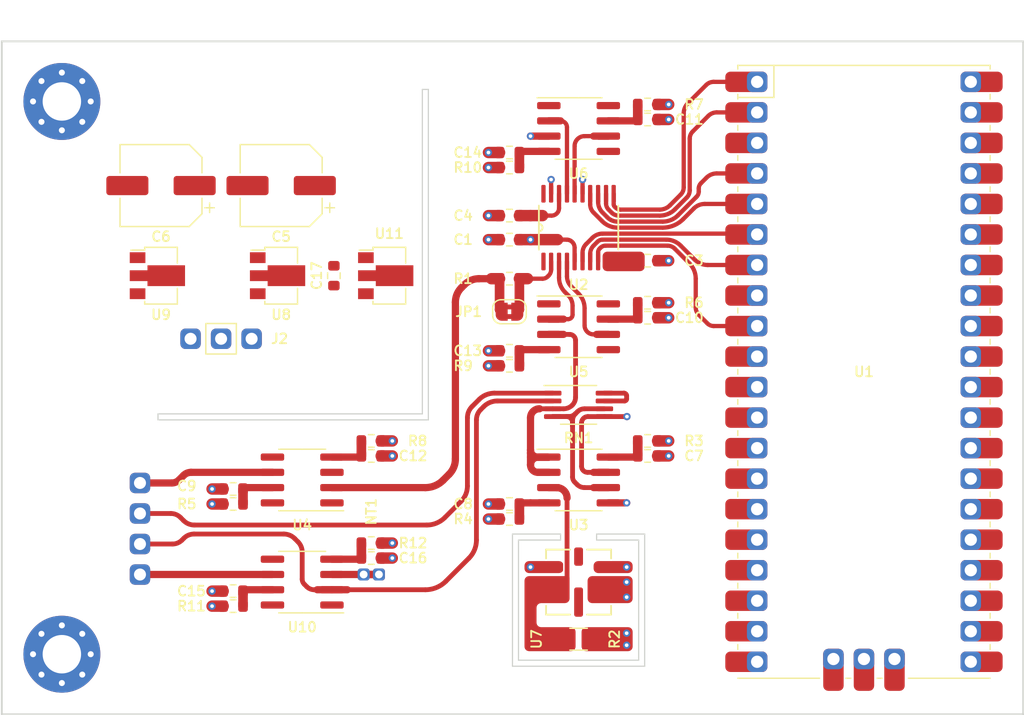
<source format=kicad_pcb>
(kicad_pcb (version 20221018) (generator pcbnew)
  (layers (0 "F.Cu" signal) (1 "In1.Cu" signal) (2 "In2.Cu" signal) (31 "B.Cu" signal) (34 "B.Paste" user) (35 "F.Paste" user) (36 "B.SilkS" user "B.Silkscreen") (37 "F.SilkS" user "F.Silkscreen") (38 "B.Mask" user) (39 "F.Mask" user) (44 "Edge.Cuts" user))
  (net 0 "")
  (net 1 "+15V")
  (net 5 "-15V")
  (net 10 "Net-(U3C-V+)")
  (net 15 "Net-(U3C-V-)")
  (net 20 "Net-(U4A-V+)")
  (net 25 "Net-(U5A-V+)")
  (net 29 "Net-(U6A-V+)")
  (net 30 "Net-(U4A-V-)")
  (net 34 "Net-(U5A-V-)")
  (net 37 "Net-(U6A-V-)")
  (net 38 "Net-(J2-Pin_1)")
  (net 39 "Net-(J2-Pin_3)")
  (net 40 "Net-(JP1-B)")
  (net 41 "Net-(U10A-V+)")
  (net 42 "/-REF")
  (net 43 "/+REF")
  (net 44 "Net-(U10A-V-)")
  (net 45 "/VREFPS")
  (net 47 "+3.3V")
  (net 48 "GND")
  (net 49 "Net-(U2-IOVCC)")
  (net 50 "Net-(U2-VSS)")
  (net 51 "/FORCE+")
  (net 52 "/SENSE+")
  (net 53 "/SENSE-")
  (net 54 "/FORCE-")
  (net 55 "/VREFPF")
  (net 56 "/~{SYNC}")
  (net 57 "/SDO")
  (net 58 "/SDIN")
  (net 59 "/SCLK")
  (net 60 "/VREFNF")
  (net 61 "/VREFNS")
  (net 73 "Net-(RN1A-R1.2)")
  (net 74 "/~{RESET}")
  (net 75 "/~{CLR}")
  (net 76 "/~{LDAC}")
  (net 77 "Net-(U3A-+)")
  (net 78 "Net-(RN1C-R3.2)")
  (net 82 "/DACOUT")
  (net 83 "GNDA")
  (footprint "Package_SO:SOIC-8_3.9x4.9mm_P1.27mm" (layer "F.Cu") (at 150 88.25)
    (fp_text reference "U6")
    (fp_text value "OPA189")
  )
  (footprint "Resistor_SMD:R_0603_1608Metric" (layer "F.Cu") (at 144.25 100.75 180)
    (fp_text reference "R1")
    (fp_text value "R")
  )
  (footprint "Resistor_SMD:R_0603_1608Metric" (layer "F.Cu") (at 144.25 95.5 180)
    (fp_text reference "C4")
    (fp_text value "10uF")
  )
  (footprint "Resistor_SMD:R_0603_1608Metric" (layer "F.Cu") (at 155.75 104 180)
    (fp_text reference "C10")
    (fp_text value "10uF")
  )
  (footprint "Resistor_SMD:R_0603_1608Metric" (layer "F.Cu") (at 144.25 91.5)
    (fp_text reference "R10")
    (fp_text value "10R")
  )
  (footprint "Package_SO:MSOP-8-1EP_3x3mm_P0.65mm_EP1.68x1.88mm" (layer "F.Cu") (at 150 111.25)
    (fp_text reference "RN1")
    (fp_text value "LT5400-1")
  )
  (footprint "Jumper:SolderJumper-2_P1.3mm_Bridged2Bar_RoundedPad1.0x1.5mm" (layer "F.Cu") (at 144.25 103.5 180)
    (fp_text reference "JP1")
    (fp_text value "BYP")
  )
  (footprint "Resistor_SMD:R_0603_1608Metric" (layer "F.Cu") (at 144.25 120.75)
    (fp_text reference "R4")
    (fp_text value "10R")
  )
  (footprint "Resistor_SMD:R_0603_1608Metric" (layer "F.Cu") (at 132.75 114.25 180)
    (fp_text reference "R8")
    (fp_text value "10R")
  )
  (footprint "AD5791BRUZ:SOP65P640X120-20N" (layer "F.Cu") (at 150 96.5 90)
    (fp_text reference "U2")
    (fp_text value "AD5791BRUZ")
  )
  (footprint "Resistor_SMD:R_0603_1608Metric" (layer "F.Cu") (at 132.75 124 180)
    (fp_text reference "C16")
    (fp_text value "10uF")
  )
  (footprint "Package_TO_SOT_SMD:SOT-89-3" (layer "F.Cu") (at 134.25 100.5)
    (fp_text reference "U11")
    (fp_text value "7533")
  )
  (footprint "ADR1399KEZ:LCC8_E-8-2_ADI" (layer "F.Cu") (at 150 126 180)
    (fp_text reference "U7")
    (fp_text value "ADR1399KEZ")
  )
  (footprint "Package_TO_SOT_SMD:SOT-89-3" (layer "F.Cu") (at 115.25 100.5)
    (fp_text reference "U9")
    (fp_text value "79L15")
  )
  (footprint "Resistor_SMD:R_0603_1608Metric" (layer "F.Cu") (at 132.75 115.5 180)
    (fp_text reference "C12")
    (fp_text value "10uF")
  )
  (footprint "Package_SO:SOIC-8_3.9x4.9mm_P1.27mm" (layer "F.Cu") (at 150 117.5)
    (fp_text reference "U3")
    (fp_text value "LT1013")
  )
  (footprint "Resistor_SMD:R_0603_1608Metric" (layer "F.Cu") (at 121.25 118.25)
    (fp_text reference "C9")
    (fp_text value "10uF")
  )
  (footprint "MCU_RaspberryPi_and_Boards:RPi_Pico_SMD_TH" (layer "F.Cu") (at 173.75 108.5)
    (fp_text reference "U1")
    (fp_text value "Pico")
  )
  (footprint "Resistor_SMD:R_0603_1608Metric" (layer "F.Cu") (at 121.25 119.5)
    (fp_text reference "R5")
    (fp_text value "10R")
  )
  (footprint "Package_SO:SOIC-8_3.9x4.9mm_P1.27mm" (layer "F.Cu") (at 150 104.75)
    (fp_text reference "U5")
    (fp_text value "OPA189")
  )
  (footprint "Package_TO_SOT_SMD:SOT-89-3" (layer "F.Cu") (at 125.25 100.5)
    (fp_text reference "U8")
    (fp_text value "78L15")
  )
  (footprint "Resistor_SMD:R_0603_1608Metric" (layer "F.Cu") (at 155.75 86.25 180)
    (fp_text reference "R7")
    (fp_text value "10R")
  )
  (footprint "Resistor_SMD:R_0603_1608Metric" (layer "F.Cu") (at 132.75 122.75 180)
    (fp_text reference "R12")
    (fp_text value "10R")
  )
  (footprint "Resistor_SMD:R_0603_1608Metric" (layer "F.Cu") (at 121.25 126.75)
    (fp_text reference "C15")
    (fp_text value "10uF")
  )
  (footprint "Connector_PinHeader_2.54mm:PinHeader_1x04_P2.54mm_Vertical" (layer "F.Cu") (at 113.5 117.75)
    (fp_text reference "J1" hide)
    (fp_text value "OUTPUT" hide)
  )
  (footprint "Resistor_SMD:R_0603_1608Metric" (layer "F.Cu") (at 144.25 97.5 180)
    (fp_text reference "C1")
    (fp_text value "10uF")
  )
  (footprint "Capacitor_SMD:CP_Elec_6.3x5.4" (layer "F.Cu") (at 125.25 93 180)
    (fp_text reference "C5")
    (fp_text value "100uF")
  )
  (footprint "MountingHole:MountingHole_3.2mm_M3_Pad_Via" (layer "F.Cu") (at 107 132)
    (fp_text reference "H2" hide)
    (fp_text value "MountingHole")
  )
  (footprint "MountingHole:MountingHole_3.2mm_M3_Pad_Via" (layer "F.Cu") (at 107 86)
    (fp_text reference "H3" hide)
    (fp_text value "MountingHole")
  )
  (footprint "Resistor_SMD:R_1206_3216Metric" (layer "F.Cu") (at 150 130.75 180)
    (fp_text reference "R2")
    (fp_text value "6K8")
  )
  (footprint "Resistor_SMD:R_0603_1608Metric" (layer "F.Cu") (at 155.75 87.5 180)
    (fp_text reference "C11")
    (fp_text value "10uF")
  )
  (footprint "Resistor_SMD:R_0603_1608Metric" (layer "F.Cu") (at 144.25 90.25)
    (fp_text reference "C14")
    (fp_text value "10uF")
  )
  (footprint "Capacitor_SMD:CP_Elec_6.3x5.4" (layer "F.Cu") (at 115.25 93 180)
    (fp_text reference "C6")
    (fp_text value "100uF")
  )
  (footprint "Package_SO:SOIC-8_3.9x4.9mm_P1.27mm" (layer "F.Cu") (at 127 126 180)
    (fp_text reference "U10")
    (fp_text value "OPA189")
  )
  (footprint "Resistor_SMD:R_0603_1608Metric" (layer "F.Cu") (at 129.6375 100.5 90)
    (fp_text reference "C17")
    (fp_text value "10uF")
  )
  (footprint "Resistor_SMD:R_0603_1608Metric" (layer "F.Cu") (at 144.25 106.75)
    (fp_text reference "C13")
    (fp_text value "10uF")
  )
  (footprint "Resistor_SMD:R_0603_1608Metric" (layer "F.Cu") (at 155.75 102.75 180)
    (fp_text reference "R6")
    (fp_text value "10R")
  )
  (footprint "Package_SO:SOIC-8_3.9x4.9mm_P1.27mm" (layer "F.Cu") (at 127 117.5 180)
    (fp_text reference "U4")
    (fp_text value "OPA189")
  )
  (footprint "Connector_PinHeader_2.54mm:PinHeader_1x03_P2.54mm_Vertical" (layer "F.Cu") (at 122.79 105.75 -90)
    (fp_text reference "J2")
    (fp_text value "PWR")
  )
  (footprint "Resistor_SMD:R_0603_1608Metric" (layer "F.Cu") (at 121.25 128)
    (fp_text reference "R11")
    (fp_text value "10R")
  )
  (footprint "Connector_PinHeader_1.27mm:PinHeader_1x02_P1.27mm_Vertical" (layer "F.Cu") (at 132.115 125.365 90)
    (fp_text reference "NT1")
    (fp_text value "MECCA")
  )
  (footprint "Resistor_SMD:R_0603_1608Metric" (layer "F.Cu") (at 155.75 99.25)
    (fp_text reference "C3")
    (fp_text value "10uF")
  )
  (footprint "Resistor_SMD:R_0603_1608Metric" (layer "F.Cu") (at 144.25 119.5)
    (fp_text reference "C8")
    (fp_text value "10uF")
  )
  (footprint "Resistor_SMD:R_0603_1608Metric" (layer "F.Cu") (at 155.75 115.5 180)
    (fp_text reference "C7")
    (fp_text value "10uF")
  )
  (footprint "Resistor_SMD:R_0603_1608Metric" (layer "F.Cu") (at 155.75 114.25 180)
    (fp_text reference "R3")
    (fp_text value "10R")
  )
  (footprint "Resistor_SMD:R_0603_1608Metric" (layer "F.Cu") (at 144.25 108)
    (fp_text reference "R9")
    (fp_text value "10R")
  )
  (gr_line (start 155 132.5) (end 145 132.5) (stroke (width 0.1)) (layer "Edge.Cuts"))
  (gr_line (start 115 112.5) (end 137.5 112.5) (stroke (width 0.1)) (layer "Edge.Cuts"))
  (gr_line (start 144.5 122) (end 144.5 133) (stroke (width 0.1)) (layer "Edge.Cuts"))
  (gr_line (start 145 122.5) (end 148.5 122.5) (stroke (width 0.1)) (layer "Edge.Cuts"))
  (gr_line (start 155.5 133) (end 155.5 122) (stroke (width 0.1)) (layer "Edge.Cuts"))
  (gr_line (start 155 122.5) (end 155 132.5) (stroke (width 0.1)) (layer "Edge.Cuts"))
  (gr_line (start 115 112) (end 115 112.5) (stroke (width 0.1)) (layer "Edge.Cuts"))
  (gr_line (start 137 85) (end 137 112) (stroke (width 0.1)) (layer "Edge.Cuts"))
  (gr_line (start 137.5 85) (end 137 85) (stroke (width 0.1)) (layer "Edge.Cuts"))
  (gr_line (start 137.5 112.5) (end 137.5 85) (stroke (width 0.1)) (layer "Edge.Cuts"))
  (gr_line (start 151.5 122) (end 151.5 122.5) (stroke (width 0.1)) (layer "Edge.Cuts"))
  (gr_rect (start 102 81) (end 187 137) (stroke (width 0.15)) (fill none) (layer "Edge.Cuts"))
  (gr_line (start 155.5 122) (end 151.5 122) (stroke (width 0.1)) (layer "Edge.Cuts"))
  (gr_line (start 151.5 122.5) (end 155 122.5) (stroke (width 0.1)) (layer "Edge.Cuts"))
  (gr_line (start 137 112) (end 115 112) (stroke (width 0.1)) (layer "Edge.Cuts"))
  (gr_line (start 144.5 133) (end 155.5 133) (stroke (width 0.1)) (layer "Edge.Cuts"))
  (gr_line (start 148.5 122.5) (end 148.5 122) (stroke (width 0.1)) (layer "Edge.Cuts"))
  (gr_line (start 148.5 122) (end 144.5 122) (stroke (width 0.1)) (layer "Edge.Cuts"))
  (gr_line (start 145 132.5) (end 145 122.5) (stroke (width 0.1)) (layer "Edge.Cuts"))
  (segment (start 120.425 128) (end 119.5 128) (width 0.95) (layer "F.Cu") (net 1))
  (segment (start 149 97.5) (end 148.25 97.5) (width 0.3556) (layer "F.Cu") (net 1))
  (segment (start 146 97.5) (end 148.25 97.5) (width 0.95) (layer "F.Cu") (net 1))
  (segment (start 120.425 119.5) (end 119.5 119.5) (width 0.95) (layer "F.Cu") (net 1))
  (segment (start 156.575 86.25) (end 157.5 86.25) (width 0.95) (layer "F.Cu") (net 1))
  (segment (start 156.575 114.25) (end 157.5 114.25) (width 0.95) (layer "F.Cu") (net 1))
  (segment (start 145.075 97.5) (end 146 97.5) (width 0.95) (layer "F.Cu") (net 1))
  (segment (start 156.575 102.75) (end 157.5 102.75) (width 0.95) (layer "F.Cu") (net 1))
  (segment (start 149.6698 99.3194) (end 149.6698 98.1698) (width 0.3556) (layer "F.Cu") (net 1))
  (via (at 154 124.75) (size 0.6096) (drill 0.3048) (layers "F.Cu" "B.Cu") (net 1))
  (via (at 154 131.25) (size 0.6096) (drill 0.3048) (layers "F.Cu" "B.Cu") (net 1))
  (via (at 157.5 86.25) (size 0.6096) (drill 0.3048) (layers "F.Cu" "B.Cu") (net 1))
  (via (at 119.5 128) (size 0.6096) (drill 0.3048) (layers "F.Cu" "B.Cu") (net 1))
  (via (at 154 130.25) (size 0.6096) (drill 0.3048) (layers "F.Cu" "B.Cu") (net 1))
  (via (at 157.5 102.75) (size 0.6096) (drill 0.3048) (layers "F.Cu" "B.Cu") (net 1))
  (via (at 119.5 119.5) (size 0.6096) (drill 0.3048) (layers "F.Cu" "B.Cu") (net 1))
  (via (at 157.5 114.25) (size 0.6096) (drill 0.3048) (layers "F.Cu" "B.Cu") (net 1))
  (via (at 146 97.5) (size 0.6096) (drill 0.3048) (layers "F.Cu" "B.Cu") (net 1))
  (arc (start 149.6698 98.1698) (mid 149.47362 97.69618) (end 149 97.5) (width 0.3556) (layer "F.Cu") (net 1))
  (segment (start 133.575 122.75) (end 134.5 122.75) (width 0.95) (layer "F.Cu") (net 5))
  (segment (start 143.425 91.5) (end 142.5 91.5) (width 0.95) (layer "F.Cu") (net 5))
  (segment (start 143.425 120.75) (end 142.5 120.75) (width 0.95) (layer "F.Cu") (net 5))
  (segment (start 143.425 108) (end 142.5 108) (width 0.95) (layer "F.Cu") (net 5))
  (segment (start 133.575 114.25) (end 134.5 114.25) (width 0.95) (layer "F.Cu") (net 5))
  (via (at 142.5 91.5) (size 0.6096) (drill 0.3048) (layers "F.Cu" "B.Cu") (net 5))
  (via (at 142.5 108) (size 0.6096) (drill 0.3048) (layers "F.Cu" "B.Cu") (net 5))
  (via (at 146 124.75) (size 0.6096) (drill 0.3048) (layers "F.Cu" "B.Cu") (net 5))
  (via (at 142.5 120.75) (size 0.6096) (drill 0.3048) (layers "F.Cu" "B.Cu") (net 5))
  (via (at 134.5 114.25) (size 0.6096) (drill 0.3048) (layers "F.Cu" "B.Cu") (net 5))
  (via (at 134.5 122.75) (size 0.6096) (drill 0.3048) (layers "F.Cu" "B.Cu") (net 5))
  (segment (start 152.475 115.595) (end 154.83 115.595) (width 0.6) (layer "F.Cu") (net 10))
  (segment (start 154.83 115.595) (end 154.925 115.5) (width 0.6) (layer "F.Cu") (net 10))
  (segment (start 154.925 114.25) (end 154.925 115.5) (width 0.8) (layer "F.Cu") (net 10))
  (segment (start 146 119.405) (end 145.12 119.405) (width 0.6) (layer "F.Cu") (net 15))
  (segment (start 147.525 119.405) (end 146 119.405) (width 0.6) (layer "F.Cu") (net 15))
  (segment (start 145.12 119.405) (end 145.025 119.5) (width 0.6) (layer "F.Cu") (net 15))
  (segment (start 145.075 119.5) (end 145.075 120.75) (width 0.8) (layer "F.Cu") (net 15))
  (segment (start 124.525 118.135) (end 122.19 118.135) (width 0.6) (layer "F.Cu") (net 20))
  (segment (start 122.075 118.25) (end 122.075 119.5) (width 0.8) (layer "F.Cu") (net 20))
  (segment (start 122.19 118.135) (end 122.075 118.25) (width 0.6) (layer "F.Cu") (net 20))
  (segment (start 154.925 102.75) (end 154.925 104) (width 0.8) (layer "F.Cu") (net 25))
  (segment (start 152.475 104.115) (end 154.81 104.115) (width 0.6) (layer "F.Cu") (net 25))
  (segment (start 154.81 104.115) (end 154.925 104) (width 0.6) (layer "F.Cu") (net 25))
  (segment (start 152.475 87.615) (end 154.81 87.615) (width 0.6) (layer "F.Cu") (net 29))
  (segment (start 154.925 86.25) (end 154.925 87.5) (width 0.8) (layer "F.Cu") (net 29))
  (segment (start 154.81 87.615) (end 154.925 87.5) (width 0.6) (layer "F.Cu") (net 29))
  (segment (start 129.475 115.595) (end 131.83 115.595) (width 0.6) (layer "F.Cu") (net 30))
  (segment (start 131.83 115.595) (end 131.925 115.5) (width 0.6) (layer "F.Cu") (net 30))
  (segment (start 131.925 114.25) (end 131.925 115.5) (width 0.8) (layer "F.Cu") (net 30))
  (segment (start 145.075 106.75) (end 145.075 108) (width 0.8) (layer "F.Cu") (net 34))
  (segment (start 145.17 106.655) (end 145.075 106.75) (width 0.6) (layer "F.Cu") (net 34))
  (segment (start 147.525 106.655) (end 145.17 106.655) (width 0.6) (layer "F.Cu") (net 34))
  (segment (start 147.525 90.155) (end 145.17 90.155) (width 0.6) (layer "F.Cu") (net 37))
  (segment (start 145.075 91.5) (end 145.075 90.25) (width 0.8) (layer "F.Cu") (net 37))
  (segment (start 145.17 90.155) (end 145.075 90.25) (width 0.6) (layer "F.Cu") (net 37))
  (segment (start 143.425 103.325) (end 143.6 103.5) (width 0.8) (layer "F.Cu") (net 40))
  (segment (start 143.425 100.75) (end 143.425 103.325) (width 0.8) (layer "F.Cu") (net 40))
  (segment (start 138.726647 117.523353) (end 139.219669 117.030331) (width 0.6) (layer "F.Cu") (net 40))
  (segment (start 140.5 101.25) (end 140.25 101.5) (width 0.6) (layer "F.Cu") (net 40))
  (segment (start 143.425 100.75) (end 142.75 100.75) (width 0.95) (layer "F.Cu") (net 40))
  (segment (start 139.75 102.707106) (end 139.75 115.75) (width 0.6) (layer "F.Cu") (net 40))
  (segment (start 142.75 100.75) (end 141.707106 100.75) (width 0.6) (layer "F.Cu") (net 40))
  (segment (start 137.25 118.135) (end 129.475 118.135) (width 0.6) (layer "F.Cu") (net 40))
  (arc (start 140.25 101.5) (mid 139.879946 102.053825) (end 139.75 102.707106) (width 0.6) (layer "F.Cu") (net 40))
  (arc (start 138.726647 117.523353) (mid 138.049156 117.976038) (end 137.25 118.135) (width 0.6) (layer "F.Cu") (net 40))
  (arc (start 139.219669 117.030331) (mid 139.612172 116.442911) (end 139.75 115.75) (width 0.6) (layer "F.Cu") (net 40))
  (arc (start 141.707106 100.75) (mid 141.053825 100.879946) (end 140.5 101.25) (width 0.6) (layer "F.Cu") (net 40))
  (segment (start 124.525 126.635) (end 122.19 126.635) (width 0.6) (layer "F.Cu") (net 41))
  (segment (start 122.075 126.75) (end 122.075 128) (width 0.8) (layer "F.Cu") (net 41))
  (segment (start 122.19 126.635) (end 122.075 126.75) (width 0.6) (layer "F.Cu") (net 41))
  (segment (start 150.75 116.865) (end 151.25 116.865) (width 0.4) (layer "F.Cu") (net 42))
  (segment (start 152.475 116.865) (end 151.25 116.865) (width 0.6) (layer "F.Cu") (net 42))
  (segment (start 152.15 112.225) (end 150.775 112.225) (width 0.4) (layer "F.Cu") (net 42))
  (segment (start 150.25 112.75) (end 150.25 116.365) (width 0.4) (layer "F.Cu") (net 42))
  (segment (start 152.15 112.225) (end 154.025 112.225) (width 0.4) (layer "F.Cu") (net 42))
  (segment (start 146 88.885) (end 147.525 88.885) (width 0.6) (layer "F.Cu") (net 42))
  (via (at 146 88.885) (size 0.6096) (drill 0.3048) (layers "F.Cu" "B.Cu") (net 42))
  (via (at 154.025 112.225) (size 0.6096) (drill 0.3048) (layers "F.Cu" "B.Cu") (net 42))
  (arc (start 150.775 112.225) (mid 150.403769 112.378769) (end 150.25 112.75) (width 0.4) (layer "F.Cu") (net 42))
  (arc (start 150.25 116.365) (mid 150.396447 116.718553) (end 150.75 116.865) (width 0.4) (layer "F.Cu") (net 42))
  (segment (start 146.75 111.575) (end 147.85 111.575) (width 0.4) (layer "F.Cu") (net 43))
  (segment (start 147.525 115.595) (end 146 115.595) (width 0.6) (layer "F.Cu") (net 43))
  (segment (start 147.85 111.575) (end 148.75 111.575) (width 0.4) (layer "F.Cu") (net 43))
  (segment (start 147.525 115.595) (end 146.655 115.595) (width 0.6) (layer "F.Cu") (net 43))
  (segment (start 149.75 110.611829) (end 149.75 105.885) (width 0.4) (layer "F.Cu") (net 43))
  (segment (start 147.525 105.385) (end 148.75 105.385) (width 0.6) (layer "F.Cu") (net 43))
  (segment (start 149.25 105.385) (end 148.75 105.385) (width 0.4) (layer "F.Cu") (net 43))
  (segment (start 146 116.25) (end 146 115.25) (width 0.6) (layer "F.Cu") (net 43))
  (segment (start 147.525 116.865) (end 146.615 116.865) (width 0.6) (layer "F.Cu") (net 43))
  (segment (start 147.525 115.595) (end 146.595 115.595) (width 0.6) (layer "F.Cu") (net 43))
  (segment (start 146 115.25) (end 146 115) (width 0.6) (layer "F.Cu") (net 43))
  (segment (start 146 115) (end 146 112.325) (width 0.6) (layer "F.Cu") (net 43))
  (segment (start 147.525 115.595) (end 146.345 115.595) (width 0.6) (layer "F.Cu") (net 43))
  (arc (start 149.75 105.885) (mid 149.603553 105.531447) (end 149.25 105.385) (width 0.4) (layer "F.Cu") (net 43))
  (arc (start 146.595 115.595) (mid 146.174271 115.420729) (end 146 115) (width 0.6) (layer "F.Cu") (net 43))
  (arc (start 146.345 115.595) (mid 146.101048 115.493952) (end 146 115.25) (width 0.6) (layer "F.Cu") (net 43))
  (arc (start 148.75 111.575) (mid 149.14265 111.496897) (end 149.475521 111.274479) (width 0.4) (layer "F.Cu") (net 43))
  (arc (start 149.475521 111.274479) (mid 149.678665 110.970453) (end 149.75 110.611829) (width 0.4) (layer "F.Cu") (net 43))
  (arc (start 146 112.325) (mid 146.21967 111.79467) (end 146.75 111.575) (width 0.6) (layer "F.Cu") (net 43))
  (arc (start 146.655 115.595) (mid 146.191845 115.786845) (end 146 116.25) (width 0.6) (layer "F.Cu") (net 43))
  (arc (start 146.615 116.865) (mid 146.180129 116.684871) (end 146 116.25) (width 0.6) (layer "F.Cu") (net 43))
  (segment (start 131.925 122.75) (end 131.925 124) (width 0.8) (layer "F.Cu") (net 44))
  (segment (start 129.475 124.095) (end 131.83 124.095) (width 0.6) (layer "F.Cu") (net 44))
  (segment (start 131.83 124.095) (end 131.925 124) (width 0.6) (layer "F.Cu") (net 44))
  (segment (start 148.3744 99.3194) (end 148.3744 100.666445) (width 0.3556) (layer "F.Cu") (net 45))
  (segment (start 149.135 104.115) (end 148.75 104.115) (width 0.3556) (layer "F.Cu") (net 45))
  (segment (start 147.525 104.115) (end 148.75 104.115) (width 0.6) (layer "F.Cu") (net 45))
  (segment (start 148.875 101.875) (end 149.146446 102.146446) (width 0.3556) (layer "F.Cu") (net 45))
  (segment (start 149.5 103) (end 149.5 103.75) (width 0.3556) (layer "F.Cu") (net 45))
  (arc (start 149.146446 102.146446) (mid 149.408114 102.53806) (end 149.5 103) (width 0.3556) (layer "F.Cu") (net 45))
  (arc (start 149.5 103.75) (mid 149.393094 104.008094) (end 149.135 104.115) (width 0.3556) (layer "F.Cu") (net 45))
  (arc (start 148.3744 100.666445) (mid 148.504501 101.32051) (end 148.875 101.875) (width 0.3556) (layer "F.Cu") (net 45))
  (segment (start 120.425 126.75) (end 119.5 126.75) (width 0.95) (layer "F.Cu") (net 48))
  (segment (start 143.425 106.75) (end 142.5 106.75) (width 0.95) (layer "F.Cu") (net 48))
  (segment (start 133.575 124) (end 134.5 124) (width 0.95) (layer "F.Cu") (net 48))
  (segment (start 156.575 104) (end 157.5 104) (width 0.95) (layer "F.Cu") (net 48))
  (segment (start 120.425 118.25) (end 119.5 118.25) (width 0.95) (layer "F.Cu") (net 48))
  (segment (start 133.575 115.5) (end 134.5 115.5) (width 0.95) (layer "F.Cu") (net 48))
  (segment (start 156.575 87.5) (end 157.5 87.5) (width 0.95) (layer "F.Cu") (net 48))
  (segment (start 143.425 95.5) (end 142.5 95.5) (width 0.95) (layer "F.Cu") (net 48))
  (segment (start 143.425 90.25) (end 142.5 90.25) (width 0.95) (layer "F.Cu") (net 48))
  (segment (start 156.575 115.5) (end 157.5 115.5) (width 0.95) (layer "F.Cu") (net 48))
  (segment (start 150.3302 93.6806) (end 150.3302 92.5) (width 0.3556) (layer "F.Cu") (net 48))
  (segment (start 143.425 97.5) (end 142.5 97.5) (width 0.95) (layer "F.Cu") (net 48))
  (segment (start 143.425 119.5) (end 142.5 119.5) (width 0.95) (layer "F.Cu") (net 48))
  (segment (start 156.575 99.25) (end 157.5 99.25) (width 0.95) (layer "F.Cu") (net 48))
  (via (at 150.3302 92.5) (size 0.6096) (drill 0.3048) (layers "F.Cu" "B.Cu") (net 48))
  (via (at 157.5 104) (size 0.6096) (drill 0.3048) (layers "F.Cu" "B.Cu") (net 48))
  (via (at 157.5 87.5) (size 0.6096) (drill 0.3048) (layers "F.Cu" "B.Cu") (net 48))
  (via (at 134.5 115.5) (size 0.6096) (drill 0.3048) (layers "F.Cu" "B.Cu") (net 48))
  (via (at 142.5 106.75) (size 0.6096) (drill 0.3048) (layers "F.Cu" "B.Cu") (net 48))
  (via (at 142.5 119.5) (size 0.6096) (drill 0.3048) (layers "F.Cu" "B.Cu") (net 48))
  (via (at 157.5 115.5) (size 0.6096) (drill 0.3048) (layers "F.Cu" "B.Cu") (net 48))
  (via (at 119.5 126.75) (size 0.6096) (drill 0.3048) (layers "F.Cu" "B.Cu") (net 48))
  (via (at 142.5 90.25) (size 0.6096) (drill 0.3048) (layers "F.Cu" "B.Cu") (net 48))
  (via (at 157.5 99.25) (size 0.6096) (drill 0.3048) (layers "F.Cu" "B.Cu") (net 48))
  (via (at 134.5 124) (size 0.6096) (drill 0.3048) (layers "F.Cu" "B.Cu") (net 48))
  (via (at 142.5 97.5) (size 0.6096) (drill 0.3048) (layers "F.Cu" "B.Cu") (net 48))
  (via (at 142.5 95.5) (size 0.6096) (drill 0.3048) (layers "F.Cu" "B.Cu") (net 48))
  (via (at 119.5 118.25) (size 0.6096) (drill 0.3048) (layers "F.Cu" "B.Cu") (net 48))
  (segment (start 148.3744 93.6806) (end 148.3744 94.8756) (width 0.3556) (layer "F.Cu") (net 50))
  (segment (start 146 95.5) (end 147 95.5) (width 0.95) (layer "F.Cu") (net 50))
  (segment (start 147 95.5) (end 147.75 95.5) (width 0.3556) (layer "F.Cu") (net 50))
  (segment (start 145.075 95.5) (end 146 95.5) (width 0.95) (layer "F.Cu") (net 50))
  (arc (start 148.3744 94.8756) (mid 148.191517 95.317117) (end 147.75 95.5) (width 0.3556) (layer "F.Cu") (net 50))
  (segment (start 113.5 117.75) (end 116.146447 117.75) (width 0.6) (layer "F.Cu") (net 51))
  (segment (start 117.75 116.865) (end 124.525 116.865) (width 0.6) (layer "F.Cu") (net 51))
  (segment (start 116.75 117.5) (end 117.126906 117.123094) (width 0.6) (layer "F.Cu") (net 51))
  (arc (start 116.146447 117.75) (mid 116.473087 117.685028) (end 116.75 117.5) (width 0.6) (layer "F.Cu") (net 51))
  (arc (start 117.126906 117.123094) (mid 117.412784 116.932076) (end 117.75 116.865) (width 0.6) (layer "F.Cu") (net 51))
  (segment (start 140.219669 119.280331) (end 138.875 120.625) (width 0.4) (layer "F.Cu") (net 52))
  (segment (start 117.125 120.875) (end 116.875 120.625) (width 0.4) (layer "F.Cu") (net 52))
  (segment (start 116.066239 120.29) (end 113.5 120.29) (width 0.4) (layer "F.Cu") (net 52))
  (segment (start 137.366117 121.25) (end 118.03033 121.25) (width 0.4) (layer "F.Cu") (net 52))
  (segment (start 140.75 112.323007) (end 140.75 118) (width 0.4) (layer "F.Cu") (net 52))
  (segment (start 141.719669 110.805331) (end 141.1375 111.3875) (width 0.4) (layer "F.Cu") (net 52))
  (segment (start 147.85 110.275) (end 143 110.275) (width 0.4) (layer "F.Cu") (net 52))
  (arc (start 118.03033 121.25) (mid 117.540369 121.152541) (end 117.125 120.875) (width 0.4) (layer "F.Cu") (net 52))
  (arc (start 143 110.275) (mid 142.307089 110.412829) (end 141.719669 110.805331) (width 0.4) (layer "F.Cu") (net 52))
  (arc (start 141.1375 111.3875) (mid 140.850708 111.816714) (end 140.75 112.323007) (width 0.4) (layer "F.Cu") (net 52))
  (arc (start 116.875 120.625) (mid 116.503937 120.377064) (end 116.066239 120.29) (width 0.4) (layer "F.Cu") (net 52))
  (arc (start 140.75 118) (mid 140.612172 118.692911) (end 140.219669 119.280331) (width 0.4) (layer "F.Cu") (net 52))
  (arc (start 138.875 120.625) (mid 138.182718 121.087568) (end 137.366117 121.25) (width 0.4) (layer "F.Cu") (net 52))
  (segment (start 117.146446 122.353554) (end 117 122.5) (width 0.4) (layer "F.Cu") (net 53))
  (segment (start 129.475 126.635) (end 128.25 126.635) (width 0.6) (layer "F.Cu") (net 53))
  (segment (start 138.957107 125.927893) (end 140.87421 124.01079) (width 0.4) (layer "F.Cu") (net 53))
  (segment (start 127.176777 126.176777) (end 127.376906 126.376906) (width 0.4) (layer "F.Cu") (net 53))
  (segment (start 130.75 126.635) (end 137.25 126.635) (width 0.4) (layer "F.Cu") (net 53))
  (segment (start 116.20331 122.83) (end 113.5 122.83) (width 0.4) (layer "F.Cu") (net 53))
  (segment (start 142.097702 111.402298) (end 141.853554 111.646446) (width 0.4) (layer "F.Cu") (net 53))
  (segment (start 126.646446 122.646446) (end 126.375 122.375) (width 0.4) (layer "F.Cu") (net 53))
  (segment (start 141.5 122.5) (end 141.5 112.5) (width 0.4) (layer "F.Cu") (net 53))
  (segment (start 143.25 110.925) (end 147.85 110.925) (width 0.4) (layer "F.Cu") (net 53))
  (segment (start 127 125.75) (end 127 123.5) (width 0.4) (layer "F.Cu") (net 53))
  (segment (start 125.46967 122) (end 118 122) (width 0.4) (layer "F.Cu") (net 53))
  (segment (start 128.25 126.635) (end 128 126.635) (width 0.4) (layer "F.Cu") (net 53))
  (segment (start 129.475 126.635) (end 130.75 126.635) (width 0.6) (layer "F.Cu") (net 53))
  (arc (start 126.375 122.375) (mid 125.959631 122.097459) (end 125.46967 122) (width 0.4) (layer "F.Cu") (net 53))
  (arc (start 117 122.5) (mid 116.634475 122.744236) (end 116.20331 122.83) (width 0.4) (layer "F.Cu") (net 53))
  (arc (start 141.853554 111.646446) (mid 141.591886 112.03806) (end 141.5 112.5) (width 0.4) (layer "F.Cu") (net 53))
  (arc (start 127 123.5) (mid 126.908114 123.03806) (end 126.646446 122.646446) (width 0.4) (layer "F.Cu") (net 53))
  (arc (start 127.376906 126.376906) (mid 127.662784 126.567924) (end 128 126.635) (width 0.4) (layer "F.Cu") (net 53))
  (arc (start 118 122) (mid 117.53806 122.091886) (end 117.146446 122.353554) (width 0.4) (layer "F.Cu") (net 53))
  (arc (start 140.87421 124.01079) (mid 141.337363 123.317634) (end 141.5 122.5) (width 0.4) (layer "F.Cu") (net 53))
  (arc (start 142.097702 111.402298) (mid 142.62638 111.049046) (end 143.25 110.925) (width 0.4) (layer "F.Cu") (net 53))
  (arc (start 127.176777 126.176777) (mid 127.045943 125.980971) (end 127 125.75) (width 0.4) (layer "F.Cu") (net 53))
  (arc (start 137.25 126.635) (mid 138.17388 126.451228) (end 138.957107 125.927893) (width 0.4) (layer "F.Cu") (net 53))
  (segment (start 124.525 125.365) (end 113.505 125.365) (width 0.6) (layer "F.Cu") (net 54))
  (segment (start 113.505 125.365) (end 113.5 125.37) (width 0.6) (layer "F.Cu") (net 54))
  (segment (start 149.0348 99.3194) (end 149.0348 100.553685) (width 0.3556) (layer "F.Cu") (net 55))
  (segment (start 152.475 105.385) (end 151.5 105.385) (width 0.6) (layer "F.Cu") (net 55))
  (segment (start 150.5 103.207106) (end 150.5 104.635) (width 0.3556) (layer "F.Cu") (net 55))
  (segment (start 151.25 105.385) (end 151.5 105.385) (width 0.3556) (layer "F.Cu") (net 55))
  (segment (start 149.375 101.375) (end 150 102) (width 0.3556) (layer "F.Cu") (net 55))
  (arc (start 150.5 104.635) (mid 150.71967 105.16533) (end 151.25 105.385) (width 0.3556) (layer "F.Cu") (net 55))
  (arc (start 149.0348 100.553685) (mid 149.123215 100.998177) (end 149.375 101.375) (width 0.3556) (layer "F.Cu") (net 55))
  (arc (start 150 102) (mid 150.370054 102.553825) (end 150.5 103.207106) (width 0.3556) (layer "F.Cu") (net 55))
  (segment (start 150.9652 93.6806) (end 150.9652 94.562432) (width 0.3556) (layer "F.Cu") (net 56))
  (segment (start 151.25 95.25) (end 151.96967 95.96967) (width 0.3556) (layer "F.Cu") (net 56))
  (segment (start 160.5 94.53) (end 164.86 94.53) (width 0.3556) (layer "F.Cu") (net 56))
  (segment (start 158.707107 95.792893) (end 159.595233 94.904767) (width 0.3556) (layer "F.Cu") (net 56))
  (segment (start 153.25 96.5) (end 157 96.5) (width 0.3556) (layer "F.Cu") (net 56))
  (arc (start 157 96.5) (mid 157.92388 96.316228) (end 158.707107 95.792893) (width 0.3556) (layer "F.Cu") (net 56))
  (arc (start 151.96967 95.96967) (mid 152.55709 96.362172) (end 153.25 96.5) (width 0.3556) (layer "F.Cu") (net 56))
  (arc (start 159.595233 94.904767) (mid 160.010343 94.627399) (end 160.5 94.53) (width 0.3556) (layer "F.Cu") (net 56))
  (arc (start 150.9652 94.562432) (mid 151.039217 94.934541) (end 151.25 95.25) (width 0.3556) (layer "F.Cu") (net 56))
  (segment (start 152.921 94.559278) (end 152.921 93.6806) (width 0.3556) (layer "F.Cu") (net 57))
  (segment (start 153.073223 94.823223) (end 153 94.75) (width 0.3556) (layer "F.Cu") (net 57))
  (segment (start 164.86 84.37) (end 161.240624 84.37) (width 0.3556) (layer "F.Cu") (net 57))
  (segment (start 158.75 87) (end 158.75 93.146447) (width 0.3556) (layer "F.Cu") (net 57))
  (segment (start 158.5 93.75) (end 157.603554 94.646446) (width 0.3556) (layer "F.Cu") (net 57))
  (segment (start 156.75 95) (end 153.5 95) (width 0.3556) (layer "F.Cu") (net 57))
  (segment (start 160.625 84.625) (end 159.103553 86.146447) (width 0.3556) (layer "F.Cu") (net 57))
  (arc (start 153 94.75) (mid 152.941531 94.662496) (end 152.921 94.559278) (width 0.3556) (layer "F.Cu") (net 57))
  (arc (start 159.103553 86.146447) (mid 158.841885 86.53806) (end 158.75 87) (width 0.3556) (layer "F.Cu") (net 57))
  (arc (start 153.5 95) (mid 153.269029 94.954057) (end 153.073223 94.823223) (width 0.3556) (layer "F.Cu") (net 57))
  (arc (start 158.75 93.146447) (mid 158.685027 93.473088) (end 158.5 93.75) (width 0.3556) (layer "F.Cu") (net 57))
  (arc (start 161.240624 84.37) (mid 160.907451 84.436272) (end 160.625 84.625) (width 0.3556) (layer "F.Cu") (net 57))
  (arc (start 157.603554 94.646446) (mid 157.21194 94.908114) (end 156.75 95) (width 0.3556) (layer "F.Cu") (net 57))
  (segment (start 159 94) (end 158.03033 94.96967) (width 0.3556) (layer "F.Cu") (net 58))
  (segment (start 164.86 86.91) (end 161.5 86.91) (width 0.3556) (layer "F.Cu") (net 58))
  (segment (start 159.25 89.103553) (end 159.25 93.396447) (width 0.3556) (layer "F.Cu") (net 58))
  (segment (start 160.800086 87.199914) (end 159.5 88.5) (width 0.3556) (layer "F.Cu") (net 58))
  (segment (start 156.75 95.5) (end 153.353553 95.5) (width 0.3556) (layer "F.Cu") (net 58))
  (segment (start 152.286 94.483359) (end 152.286 93.6806) (width 0.3556) (layer "F.Cu") (net 58))
  (segment (start 152.75 95.25) (end 152.5 95) (width 0.3556) (layer "F.Cu") (net 58))
  (arc (start 161.5 86.91) (mid 161.121209 86.985346) (end 160.800086 87.199914) (width 0.3556) (layer "F.Cu") (net 58))
  (arc (start 158.03033 94.96967) (mid 157.44291 95.362171) (end 156.75 95.5) (width 0.3556) (layer "F.Cu") (net 58))
  (arc (start 152.5 95) (mid 152.341616 94.762963) (end 152.286 94.483359) (width 0.3556) (layer "F.Cu") (net 58))
  (arc (start 153.353553 95.5) (mid 153.026912 95.435027) (end 152.75 95.25) (width 0.3556) (layer "F.Cu") (net 58))
  (arc (start 159.25 93.396447) (mid 159.185027 93.723088) (end 159 94) (width 0.3556) (layer "F.Cu") (net 58))
  (arc (start 159.5 88.5) (mid 159.314973 88.776912) (end 159.25 89.103553) (width 0.3556) (layer "F.Cu") (net 58))
  (segment (start 153.25 96) (end 157 96) (width 0.3556) (layer "F.Cu") (net 59))
  (segment (start 160.183848 92.806152) (end 160.646447 92.343553) (width 0.3556) (layer "F.Cu") (net 59))
  (segment (start 158.280331 95.469669) (end 159.75 94) (width 0.3556) (layer "F.Cu") (net 59))
  (segment (start 159.75 94) (end 159.823223 93.926776) (width 0.3556) (layer "F.Cu") (net 59))
  (segment (start 152 95.25) (end 152.396446 95.646446) (width 0.3556) (layer "F.Cu") (net 59))
  (segment (start 160 93.5) (end 160 93.25) (width 0.3556) (layer "F.Cu") (net 59))
  (segment (start 161.5 91.99) (end 164.86 91.99) (width 0.3556) (layer "F.Cu") (net 59))
  (segment (start 151.6256 93.6806) (end 151.6256 94.346119) (width 0.3556) (layer "F.Cu") (net 59))
  (arc (start 160.646447 92.343553) (mid 161.03806 92.081886) (end 161.5 91.99) (width 0.3556) (layer "F.Cu") (net 59))
  (arc (start 160 93.25) (mid 160.047781 93.009791) (end 160.183848 92.806152) (width 0.3556) (layer "F.Cu") (net 59))
  (arc (start 151.6256 94.346119) (mid 151.722903 94.835295) (end 152 95.25) (width 0.3556) (layer "F.Cu") (net 59))
  (arc (start 159.823223 93.926776) (mid 159.954057 93.73097) (end 160 93.5) (width 0.3556) (layer "F.Cu") (net 59))
  (arc (start 152.396446 95.646446) (mid 152.78806 95.908114) (end 153.25 96) (width 0.3556) (layer "F.Cu") (net 59))
  (arc (start 157 96) (mid 157.692911 95.862171) (end 158.280331 95.469669) (width 0.3556) (layer "F.Cu") (net 59))
  (segment (start 150.5 88.885) (end 151.25 88.885) (width 0.3556) (layer "F.Cu") (net 60))
  (segment (start 149.6698 93.6806) (end 149.6698 89.7152) (width 0.3556) (layer "F.Cu") (net 60))
  (segment (start 152.475 88.885) (end 151.25 88.885) (width 0.6) (layer "F.Cu") (net 60))
  (arc (start 149.6698 89.7152) (mid 149.91296 89.12816) (end 150.5 88.885) (width 0.3556) (layer "F.Cu") (net 60))
  (segment (start 147.525 87.615) (end 148.5 87.615) (width 0.6) (layer "F.Cu") (net 61))
  (segment (start 149.0348 93.6806) (end 149.0348 88.1498) (width 0.3556) (layer "F.Cu") (net 61))
  (arc (start 149.0348 88.1498) (mid 148.878161 87.771639) (end 148.5 87.615) (width 0.3556) (layer "F.Cu") (net 61))
  (segment (start 152.15 110.925) (end 153.825 110.925) (width 0.4) (layer "F.Cu") (net 73))
  (segment (start 154 110.75) (end 154 110.5) (width 0.4) (layer "F.Cu") (net 73))
  (segment (start 153.775 110.275) (end 152.15 110.275) (width 0.4) (layer "F.Cu") (net 73))
  (arc (start 154 110.5) (mid 153.934099 110.340901) (end 153.775 110.275) (width 0.4) (layer "F.Cu") (net 73))
  (arc (start 153.825 110.925) (mid 153.948744 110.873744) (end 154 110.75) (width 0.4) (layer "F.Cu") (net 73))
  (segment (start 150.625 97.875) (end 151.146446 97.353554) (width 0.3556) (layer "F.Cu") (net 74))
  (segment (start 150.3302 99.3194) (end 150.3302 98.58671) (width 0.3556) (layer "F.Cu") (net 74))
  (segment (start 164.79 97) (end 164.86 97.07) (width 0.3556) (layer "F.Cu") (net 74))
  (segment (start 152 97) (end 164.79 97) (width 0.3556) (layer "F.Cu") (net 74))
  (arc (start 151.146446 97.353554) (mid 151.53806 97.091886) (end 152 97) (width 0.3556) (layer "F.Cu") (net 74))
  (arc (start 150.3302 98.58671) (mid 150.406816 98.201536) (end 150.625 97.875) (width 0.3556) (layer "F.Cu") (net 74))
  (segment (start 150.9652 99.3194) (end 150.9652 98.687568) (width 0.3556) (layer "F.Cu") (net 75))
  (segment (start 160.75 99.61) (end 164.86 99.61) (width 0.3556) (layer "F.Cu") (net 75))
  (segment (start 152 97.5) (end 157.292894 97.5) (width 0.3556) (layer "F.Cu") (net 75))
  (segment (start 151.25 98) (end 151.573223 97.676777) (width 0.3556) (layer "F.Cu") (net 75))
  (segment (start 158.5 98) (end 159.657451 99.157451) (width 0.3556) (layer "F.Cu") (net 75))
  (arc (start 157.292894 97.5) (mid 157.946175 97.629946) (end 158.5 98) (width 0.3556) (layer "F.Cu") (net 75))
  (arc (start 151.573223 97.676777) (mid 151.769029 97.545943) (end 152 97.5) (width 0.3556) (layer "F.Cu") (net 75))
  (arc (start 150.9652 98.687568) (mid 151.039217 98.315459) (end 151.25 98) (width 0.3556) (layer "F.Cu") (net 75))
  (arc (start 159.657451 99.157451) (mid 160.158716 99.492386) (end 160.75 99.61) (width 0.3556) (layer "F.Cu") (net 75))
  (segment (start 158 98.25) (end 159.21967 99.46967) (width 0.3556) (layer "F.Cu") (net 76))
  (segment (start 152.25 98) (end 157.396447 98) (width 0.3556) (layer "F.Cu") (net 76))
  (segment (start 151.75 98.25) (end 151.823223 98.176777) (width 0.3556) (layer "F.Cu") (net 76))
  (segment (start 159.75 100.75) (end 159.75 103.146447) (width 0.3556) (layer "F.Cu") (net 76))
  (segment (start 151.6256 99.3194) (end 151.6256 98.550328) (width 0.3556) (layer "F.Cu") (net 76))
  (segment (start 160 103.75) (end 160.720796 104.470796) (width 0.3556) (layer "F.Cu") (net 76))
  (segment (start 161.25 104.69) (end 164.86 104.69) (width 0.3556) (layer "F.Cu") (net 76))
  (arc (start 159.21967 99.46967) (mid 159.612171 100.05709) (end 159.75 100.75) (width 0.3556) (layer "F.Cu") (net 76))
  (arc (start 159.75 103.146447) (mid 159.814972 103.473087) (end 160 103.75) (width 0.3556) (layer "F.Cu") (net 76))
  (arc (start 151.823223 98.176777) (mid 152.019029 98.045943) (end 152.25 98) (width 0.3556) (layer "F.Cu") (net 76))
  (arc (start 151.6256 98.550328) (mid 151.65793 98.387792) (end 151.75 98.25) (width 0.3556) (layer "F.Cu") (net 76))
  (arc (start 160.720796 104.470796) (mid 160.963596 104.63303) (end 161.25 104.69) (width 0.3556) (layer "F.Cu") (net 76))
  (arc (start 157.396447 98) (mid 157.723087 98.064973) (end 158 98.25) (width 0.3556) (layer "F.Cu") (net 76))
  (segment (start 149.0411 125.9589) (end 149 126) (width 0.4) (layer "F.Cu") (net 77))
  (segment (start 149 126) (end 147.8791 126) (width 0.4) (layer "F.Cu") (net 77))
  (segment (start 149.0411 119) (end 149.0411 125.9589) (width 0.4) (layer "F.Cu") (net 77))
  (segment (start 147.525 118.135) (end 148.1761 118.135) (width 0.6) (layer "F.Cu") (net 77))
  (arc (start 148.1761 118.135) (mid 148.787747 118.388353) (end 149.0411 119) (width 0.6) (layer "F.Cu") (net 77))
  (segment (start 149 112.225) (end 149.164125 112.225) (width 0.4) (layer "F.Cu") (net 78))
  (segment (start 149.876906 117.876906) (end 149.676777 117.676777) (width 0.4) (layer "F.Cu") (net 78))
  (segment (start 150.5 111.575) (end 152.15 111.575) (width 0.4) (layer "F.Cu") (net 78))
  (segment (start 149.5 113) (end 149.5 112.725) (width 0.4) (layer "F.Cu") (net 78))
  (segment (start 152.475 118.135) (end 151.25 118.135) (width 0.6) (layer "F.Cu") (net 78))
  (segment (start 149.5 112.225) (end 149.7375 111.9875) (width 0.4) (layer "F.Cu") (net 78))
  (segment (start 150.5 118.135) (end 151.25 118.135) (width 0.4) (layer "F.Cu") (net 78))
  (segment (start 147.85 112.225) (end 149.5 112.225) (width 0.4) (layer "F.Cu") (net 78))
  (segment (start 149.7375 111.9875) (end 149.902512 111.822488) (width 0.4) (layer "F.Cu") (net 78))
  (segment (start 147.85 112.225) (end 149 112.225) (width 0.4) (layer "F.Cu") (net 78))
  (segment (start 149.5 112.225) (end 149.5 113) (width 0.4) (layer "F.Cu") (net 78))
  (segment (start 149.5 113) (end 149.5 112.560875) (width 0.4) (layer "F.Cu") (net 78))
  (segment (start 149.5 113) (end 149.5 117.25) (width 0.4) (layer "F.Cu") (net 78))
  (arc (start 149.876906 117.876906) (mid 150.162784 118.067924) (end 150.5 118.135) (width 0.4) (layer "F.Cu") (net 78))
  (arc (start 149.5 112.560875) (mid 149.561724 112.250567) (end 149.7375 111.9875) (width 0.4) (layer "F.Cu") (net 78))
  (arc (start 149.5 112.725) (mid 149.353553 112.371447) (end 149 112.225) (width 0.4) (layer "F.Cu") (net 78))
  (arc (start 149.676777 117.676777) (mid 149.545943 117.480971) (end 149.5 117.25) (width 0.4) (layer "F.Cu") (net 78))
  (arc (start 149.902512 111.822488) (mid 150.176641 111.63932) (end 150.5 111.575) (width 0.4) (layer "F.Cu") (net 78))
  (arc (start 149.164125 112.225) (mid 149.474433 112.163276) (end 149.7375 111.9875) (width 0.4) (layer "F.Cu") (net 78))
  (segment (start 145.75 100.75) (end 147 100.75) (width 0.3556) (layer "F.Cu") (net 82))
  (segment (start 145.075 100.75) (end 145.75 100.75) (width 0.95) (layer "F.Cu") (net 82))
  (segment (start 147.426777 100.573223) (end 147.511767 100.488233) (width 0.3556) (layer "F.Cu") (net 82))
  (segment (start 145.075 103.325) (end 144.9 103.5) (width 0.8) (layer "F.Cu") (net 82))
  (segment (start 147.714 100) (end 147.714 99.3194) (width 0.3556) (layer "F.Cu") (net 82))
  (segment (start 145.075 100.75) (end 145.075 103.325) (width 0.8) (layer "F.Cu") (net 82))
  (arc (start 147 100.75) (mid 147.230971 100.704057) (end 147.426777 100.573223) (width 0.3556) (layer "F.Cu") (net 82))
  (arc (start 147.511767 100.488233) (mid 147.661441 100.264231) (end 147.714 100) (width 0.3556) (layer "F.Cu") (net 82))
  (segment (start 152.475 119.405) (end 154 119.405) (width 0.6) (layer "F.Cu") (net 83))
  (segment (start 129.475 125.365) (end 131.98 125.365) (width 0.6) (layer "F.Cu") (net 83))
  (segment (start 131.98 125.365) (end 132.115 125.5) (width 0.6) (layer "F.Cu") (net 83))
  (segment (start 147.714 93.6806) (end 147.714 92.5) (width 0.3556) (layer "F.Cu") (net 83))
  (via (at 147.714 92.5) (size 0.6096) (drill 0.3048) (layers "F.Cu" "B.Cu") (net 83))
  (via (at 154 127.25) (size 0.6096) (drill 0.3048) (layers "F.Cu" "B.Cu") (net 83))
  (via (at 154 126) (size 0.6096) (drill 0.3048) (layers "F.Cu" "B.Cu") (net 83))
  (via (at 154 119.405) (size 0.6096) (drill 0.3048) (layers "F.Cu" "B.Cu") (net 83))
  (zone (net 1) (net_name "+15V") (layer "F.Cu") (connect_pads yes (clearance 0.127)) (min_thickness 0.127) (fill yes (thermal_gap 0.127) (thermal_bridge_width 0.508) (smoothing fillet) (radius 0.381) (island_removal_mode 1) (island_area_min 9.999999))
    (polygon (pts (xy 150.25 129.75) (xy 154.5 129.75) (xy 154.5 131.75) (xy 150.25 131.75)))
  )
  (zone (net 5) (net_name "-15V") (layer "F.Cu") (priority 10) (connect_pads yes (clearance 0.127)) (min_thickness 0.127) (fill yes (thermal_gap 0.127) (thermal_bridge_width 0.508) (smoothing fillet) (radius 0.381) (island_removal_mode 1) (island_area_min 9.999999))
    (polygon (pts (xy 148.75 125.25) (xy 145.5 125.25) (xy 145.5 124.25) (xy 148.75 124.25)))
  )
  (zone (net 49) (net_name "Net-(U2-IOVCC)") (layer "F.Cu") (priority 6) (connect_pads yes (clearance 0.127)) (min_thickness 0.127) (fill yes (thermal_gap 0.127) (thermal_bridge_width 0.508) (smoothing fillet) (radius 0.381) (island_removal_mode 1) (island_area_min 9.999999))
    (polygon (pts (xy 152 98.5) (xy 155.5 98.5) (xy 155.5 100.125) (xy 152 100.125)))
  )
  (zone (net 83) (net_name "GNDA") (layer "F.Cu") (priority 8) (connect_pads yes (clearance 0.127)) (min_thickness 0.127) (fill yes (thermal_gap 0.127) (thermal_bridge_width 0.508) (smoothing fillet) (radius 0.381) (island_removal_mode 1) (island_area_min 9.999998))
    (polygon (pts (xy 150.75 125.5) (xy 150.75 127.75) (xy 154.5 127.75) (xy 154.5 125.5)))
  )
  (zone (net 77) (net_name "Net-(U3A-+)") (layer "F.Cu") (priority 11) (connect_pads yes (clearance 0.127)) (min_thickness 0.127) (fill yes (thermal_gap 0.127) (thermal_bridge_width 0.508) (smoothing fillet) (radius 0.381) (island_removal_mode 1) (island_area_min 9.999999))
    (polygon (pts (xy 145.5 125.5) (xy 148.75 125.5) (xy 149 125.5) (xy 149.25 125.5) (xy 149.25 127.75) (xy 146.5 127.75) (xy 146.5 129.75) (xy 149.75 129.75) (xy 149.75 131.75) (xy 145.5 131.75)))
  )
  (zone (net 1) (net_name "+15V") (layer "F.Cu") (priority 9) (connect_pads yes (clearance 0.127)) (min_thickness 0.127) (fill yes (thermal_gap 0.127) (thermal_bridge_width 0.508) (smoothing fillet) (radius 0.381) (island_removal_mode 1) (island_area_min 9.999999))
    (polygon (pts (xy 151.25 125.25) (xy 154.5 125.25) (xy 154.5 124.25) (xy 151.25 124.25)))
  )
)
</source>
